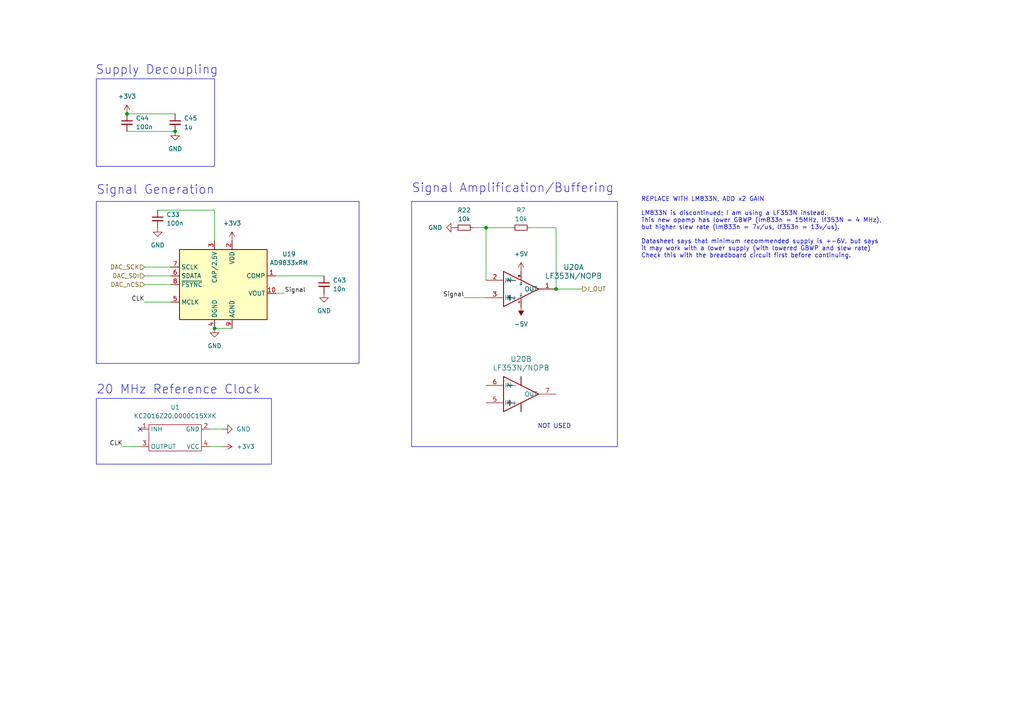
<source format=kicad_sch>
(kicad_sch (version 20231120) (generator "eeschema") (generator_version "8.0")
  (paper "A4")
  (lib_symbols
    (symbol "2024-10-13_18-48-05:LF353N_NOPB" (pin_names (offset 0.254))
      (property "Reference" "U" (at 15.748 0.254 0))
      (property "Value" "LF353N/NOPB" (at 0 0 0))
      (symbol "LF353N_NOPB_1_1"
        (polyline (pts (xy 0 -10.16) (xy 10.16 -5.08)) (stroke (width 0.254)))
        (polyline (pts (xy 0 0) (xy 0 -10.16)) (stroke (width 0.254)))
        (polyline (pts (xy 0 0) (xy 10.16 -5.08)) (stroke (width 0.254)))
        (polyline (pts (xy 1.016 -7.62) (xy 2.54 -7.62)) (stroke (width 0.254)))
        (polyline (pts (xy 1.016 -2.54) (xy 2.54 -2.54)) (stroke (width 0.254)))
        (polyline (pts (xy 1.778 -6.858) (xy 1.778 -8.382)) (stroke (width 0.254)))
        (pin output line (at 15.24 -5.08 180) (length 5.08) (name "OUT") (number "1"))
        (pin input line (at -5.08 -2.54 0) (length 5.08) (name "IN-") (number "2"))
        (pin input line (at -5.08 -7.62 0) (length 5.08) (name "IN+") (number "3"))
        (pin input line (at 5.08 -10.16 90) (length 2.54) (name "V-") (number "4"))
        (pin input line (at 5.08 0 270) (length 2.54) (name "V+") (number "8"))
      )
      (symbol "LF353N_NOPB_1_2"
        (polyline (pts (xy 0 -10.16) (xy 10.16 -5.08)) (stroke (width 0.254)))
        (polyline (pts (xy 0 0) (xy 0 -10.16)) (stroke (width 0.254)))
        (polyline (pts (xy 0 0) (xy 10.16 -5.08)) (stroke (width 0.254)))
        (polyline (pts (xy 1.016 -7.62) (xy 2.54 -7.62)) (stroke (width 0.254)))
        (polyline (pts (xy 1.016 -2.54) (xy 2.54 -2.54)) (stroke (width 0.254)))
        (polyline (pts (xy 1.778 -6.858) (xy 1.778 -8.382)) (stroke (width 0.254)))
        (pin output line (at 15.24 -5.08 180) (length 5.08) (name "OUT") (number "1"))
        (pin input line (at -5.08 -2.54 0) (length 5.08) (name "IN-") (number "2"))
        (pin input line (at -5.08 -7.62 0) (length 5.08) (name "IN+") (number "3"))
      )
      (symbol "LF353N_NOPB_2_1"
        (polyline (pts (xy 0 -10.16) (xy 10.16 -5.08)) (stroke (width 0.254)))
        (polyline (pts (xy 0 0) (xy 0 -10.16)) (stroke (width 0.254)))
        (polyline (pts (xy 0 0) (xy 10.16 -5.08)) (stroke (width 0.254)))
        (polyline (pts (xy 1.016 -7.62) (xy 2.54 -7.62)) (stroke (width 0.254)))
        (polyline (pts (xy 1.016 -2.54) (xy 2.54 -2.54)) (stroke (width 0.254)))
        (polyline (pts (xy 1.778 -6.858) (xy 1.778 -8.382)) (stroke (width 0.254)))
        (polyline (pts (xy 5.08 -7.62) (xy 5.08 -10.16)) (stroke (width 0.254)))
        (polyline (pts (xy 5.08 0) (xy 5.08 -2.54)) (stroke (width 0.254)))
        (pin input line (at -5.08 -7.62 0) (length 5.08) (name "IN+") (number "5"))
        (pin input line (at -5.08 -2.54 0) (length 5.08) (name "IN-") (number "6"))
        (pin output line (at 15.24 -5.08 180) (length 5.08) (name "OUT") (number "7"))
      )
      (symbol "LF353N_NOPB_2_2"
        (polyline (pts (xy 0 -10.16) (xy 10.16 -5.08)) (stroke (width 0.254)))
        (polyline (pts (xy 0 0) (xy 0 -10.16)) (stroke (width 0.254)))
        (polyline (pts (xy 0 0) (xy 10.16 -5.08)) (stroke (width 0.254)))
        (polyline (pts (xy 1.016 -7.62) (xy 2.54 -7.62)) (stroke (width 0.254)))
        (polyline (pts (xy 1.016 -2.54) (xy 2.54 -2.54)) (stroke (width 0.254)))
        (polyline (pts (xy 1.778 -6.858) (xy 1.778 -8.382)) (stroke (width 0.254)))
        (pin input line (at -5.08 -7.62 0) (length 5.08) (name "IN+") (number "5"))
        (pin input line (at -5.08 -2.54 0) (length 5.08) (name "IN-") (number "6"))
        (pin output line (at 15.24 -5.08 180) (length 5.08) (name "OUT") (number "7"))
      )
    )
    (symbol "Device:C_Small" (pin_numbers hide) (pin_names (offset 0.254) hide)
      (property "Reference" "C" (at 0.254 1.778 0))
      (property "Value" "C_Small" (at 0.254 -2.032 0))
      (symbol "C_Small_0_1"
        (polyline (pts (xy -1.524 -0.508) (xy 1.524 -0.508)) (stroke (width 0.3302)))
        (polyline (pts (xy -1.524 0.508) (xy 1.524 0.508)) (stroke (width 0.3048)))
      )
      (symbol "C_Small_1_1"
        (pin passive line (at 0 2.54 270) (length 2.032) (name "~") (number "1"))
        (pin passive line (at 0 -2.54 90) (length 2.032) (name "~") (number "2"))
      )
    )
    (symbol "Device:R_Small" (pin_numbers hide) (pin_names (offset 0.254) hide)
      (property "Reference" "R" (at 0.762 0.508 0))
      (property "Value" "R_Small" (at 0.762 -1.016 0))
      (symbol "R_Small_0_1"
        (rectangle (start -0.762 1.778) (end 0.762 -1.778) (stroke (width 0.2032)))
      )
      (symbol "R_Small_1_1"
        (pin passive line (at 0 2.54 270) (length 0.762) (name "~") (number "1"))
        (pin passive line (at 0 -2.54 90) (length 0.762) (name "~") (number "2"))
      )
    )
    (symbol "Interface:AD9833xRM"
      (property "Reference" "U" (at -12.7 11.43 0))
      (property "Value" "AD9833xRM" (at 5.08 11.43 0))
      (symbol "AD9833xRM_0_1"
        (rectangle (start -12.7 10.16) (end 12.7 -10.16) (stroke (width 0.254)) (fill (type background)))
      )
      (symbol "AD9833xRM_1_1"
        (pin passive line (at 15.24 2.54 180) (length 2.54) (name "COMP") (number "1"))
        (pin output line (at 15.24 -2.54 180) (length 2.54) (name "VOUT") (number "10"))
        (pin power_in line (at 2.54 12.7 270) (length 2.54) (name "VDD") (number "2"))
        (pin power_in line (at -2.54 12.7 270) (length 2.54) (name "CAP/2.5V") (number "3"))
        (pin power_in line (at -2.54 -12.7 90) (length 2.54) (name "DGND") (number "4"))
        (pin input line (at -15.24 -5.08 0) (length 2.54) (name "MCLK") (number "5"))
        (pin input line (at -15.24 2.54 0) (length 2.54) (name "SDATA") (number "6"))
        (pin input line (at -15.24 5.08 0) (length 2.54) (name "SCLK") (number "7"))
        (pin input line (at -15.24 0 0) (length 2.54) (name "~{FSYNC}") (number "8"))
        (pin power_in line (at 2.54 -12.7 90) (length 2.54) (name "AGND") (number "9"))
      )
    )
    (symbol "KC2016Z:KC2016Z20.0000C15XXK"
      (property "Reference" "U" (at 0 0 0))
      (property "Value" "KC2016Z20.0000C15XXK" (at -3.81 0 0))
      (symbol "KC2016Z20.0000C15XXK_0_1"
        (rectangle (start -7.62 3.81) (end 7.62 -3.81))
      )
      (symbol "KC2016Z20.0000C15XXK_1_1"
        (pin input line (at -10.16 2.54 0) (length 2.54) (name "INH") (number "1"))
        (pin input line (at 10.16 2.54 180) (length 2.54) (name "GND") (number "2"))
        (pin input line (at -10.16 -2.54 0) (length 2.54) (name "OUTPUT") (number "3"))
        (pin input line (at 10.16 -2.54 180) (length 2.54) (name "VCC") (number "4"))
      )
    )
    (symbol "power:+3V3" (power) (pin_numbers hide) (pin_names (offset 0) hide)
      (property "Value" "+3V3" (at 0 3.556 0))
      (symbol "+3V3_0_1"
        (polyline (pts (xy -0.762 1.27) (xy 0 2.54)))
        (polyline (pts (xy 0 0) (xy 0 2.54)))
        (polyline (pts (xy 0 2.54) (xy 0.762 1.27)))
      )
      (symbol "+3V3_1_1"
        (pin power_in line (at 0 0 90) (length 0) (name "~") (number "1"))
      )
    )
    (symbol "power:+5V" (power) (pin_numbers hide) (pin_names (offset 0) hide)
      (property "Value" "+5V" (at 0 3.556 0))
      (symbol "+5V_0_1"
        (polyline (pts (xy -0.762 1.27) (xy 0 2.54)))
        (polyline (pts (xy 0 0) (xy 0 2.54)))
        (polyline (pts (xy 0 2.54) (xy 0.762 1.27)))
      )
      (symbol "+5V_1_1"
        (pin power_in line (at 0 0 90) (length 0) (name "~") (number "1"))
      )
    )
    (symbol "power:-5V" (power) (pin_numbers hide) (pin_names (offset 0) hide)
      (property "Value" "-5V" (at 0 3.556 0))
      (symbol "-5V_0_0"
        (pin power_in line (at 0 0 90) (length 0) (name "~") (number "1"))
      )
      (symbol "-5V_0_1"
        (polyline (pts (xy 0 0) (xy 0 1.27) (xy 0.762 1.27) (xy 0 2.54) (xy -0.762 1.27) (xy 0 1.27)) (fill (type outline)))
      )
    )
    (symbol "power:GND" (power) (pin_numbers hide) (pin_names (offset 0) hide)
      (property "Value" "GND" (at 0 -3.81 0))
      (symbol "GND_0_1"
        (polyline (pts (xy 0 0) (xy 0 -1.27) (xy 1.27 -1.27) (xy 0 -2.54) (xy -1.27 -1.27) (xy 0 -1.27)))
      )
      (symbol "GND_1_1"
        (pin power_in line (at 0 0 270) (length 0) (name "~") (number "1"))
      )
    )
  )
  (junction (at 140.97 66.04))
  (junction (at 36.83 33.02))
  (junction (at 161.29 83.82))
  (junction (at 50.8 38.1))
  (junction (at 62.23 95.25))
  (no_connect (at 40.64 124.46))
  (wire (pts (xy 36.83 38.1) (xy 50.8 38.1)))
  (wire (pts (xy 41.91 87.63) (xy 49.53 87.63)))
  (wire (pts (xy 62.23 95.25) (xy 67.31 95.25)))
  (wire (pts (xy 153.67 66.04) (xy 161.29 66.04)))
  (wire (pts (xy 82.55 85.09) (xy 80.01 85.09)))
  (wire (pts (xy 41.91 82.55) (xy 49.53 82.55)))
  (wire (pts (xy 148.59 66.04) (xy 140.97 66.04)))
  (wire (pts (xy 80.01 80.01) (xy 93.98 80.01)))
  (wire (pts (xy 134.62 86.36) (xy 140.97 86.36)))
  (wire (pts (xy 64.77 124.46) (xy 60.96 124.46)))
  (wire (pts (xy 140.97 66.04) (xy 140.97 81.28)))
  (wire (pts (xy 35.56 129.54) (xy 40.64 129.54)))
  (wire (pts (xy 45.72 60.96) (xy 62.23 60.96)))
  (wire (pts (xy 62.23 60.96) (xy 62.23 69.85)))
  (wire (pts (xy 137.16 66.04) (xy 140.97 66.04)))
  (wire (pts (xy 161.29 83.82) (xy 168.91 83.82)))
  (wire (pts (xy 36.83 33.02) (xy 50.8 33.02)))
  (wire (pts (xy 64.77 129.54) (xy 60.96 129.54)))
  (wire (pts (xy 41.91 80.01) (xy 49.53 80.01)))
  (wire (pts (xy 41.91 77.47) (xy 49.53 77.47)))
  (wire (pts (xy 161.29 66.04) (xy 161.29 83.82)))
  (rectangle (start 119.38 58.42) (end 179.07 129.54))
  (rectangle (start 27.94 115.57) (end 78.74 134.62))
  (rectangle (start 27.94 22.86) (end 62.23 48.26))
  (rectangle (start 27.94 58.42) (end 104.14 105.41))
  (text "20 MHz Reference Clock" (at 27.94 114.554 0) (effects (font (size 2.54 2.54)) (justify left bottom)))
  (text "Supply Decoupling" (at 27.686 21.844 0) (effects (font (size 2.54 2.54)) (justify left bottom)))
  (text "REPLACE WITH LM833N, ADD x2 GAIN\n\nLM833N is discontinued; I am using a LF353N instead.\nThis new opamp has lower GBWP (lm833n = 15MHz, lf353N = 4 MHz),\nbut higher slew rate (lm833n = 7v/us, lf353n = 13v/us). \n\nDatasheet says that minimum recommended supply is +-6V, but says\nit may work with a lower supply (with lowered GBWP and slew rate)\nCheck this with the breadboard circuit first before continuing." (at 185.928 66.04 0) (effects (font (size 1.27 1.27)) (justify left)))
  (text "Signal Generation" (at 27.94 56.642 0) (effects (font (size 2.54 2.54)) (justify left bottom)))
  (text "NOT USED" (at 160.782 123.698 0) (effects (font (size 1.27 1.27))))
  (text "Signal Amplification/Buffering" (at 119.38 56.134 0) (effects (font (size 2.54 2.54)) (justify left bottom)))
  (label "CLK" (at 41.91 87.63 180))
  (label "Signal" (at 82.55 85.09 0))
  (label "CLK" (at 35.56 129.54 180))
  (label "Signal" (at 134.62 86.36 180))
  (hierarchical_label "DAC_SCK" (shape input) (at 41.91 77.47 180))
  (hierarchical_label "I_OUT" (shape output) (at 168.91 83.82 0))
  (hierarchical_label "DAC_SDI" (shape input) (at 41.91 80.01 180))
  (hierarchical_label "DAC_nCS" (shape input) (at 41.91 82.55 180))
  (symbol (lib_id "Device:C_Small") (at 45.72 63.5 0) (unit 1)
    (property "Reference" "C33" (at 48.26 62.2362 0) (effects (justify left)))
    (property "Value" "100n" (at 48.26 64.7762 0) (effects (justify left)))
    (property "Footprint" "Capacitor_SMD:C_0402_1005Metric" (effects (hide yes)))
    (property "Description" "Unpolarized capacitor, small symbol" (effects (hide yes)))
  )
  (symbol (lib_id "power:GND") (at 64.77 124.46 90) (unit 1)
    (property "Reference" "#PWR060" (effects (hide yes)))
    (property "Value" "GND" (at 68.58 124.4599 90) (effects (justify right)))
    (property "Description" "Power symbol creates a global label with name \"GND\" , ground" (effects (hide yes)))
  )
  (symbol (lib_id "power:-5V") (at 151.13 88.9 180) (unit 1)
    (property "Reference" "#PWR022" (effects (hide yes)))
    (property "Value" "-5V" (at 151.13 93.98 0))
    (property "Description" "Power symbol creates a global label with name \"-5V\"" (effects (hide yes)))
  )
  (symbol (lib_id "power:GND") (at 45.72 66.04 0) (unit 1)
    (property "Reference" "#PWR04" (effects (hide yes)))
    (property "Value" "GND" (at 45.72 71.12 0))
    (property "Description" "Power symbol creates a global label with name \"GND\" , ground" (effects (hide yes)))
  )
  (symbol (lib_id "power:+5V") (at 151.13 78.74 0) (unit 1)
    (property "Reference" "#PWR020" (effects (hide yes)))
    (property "Value" "+5V" (at 151.13 73.66 0))
    (property "Description" "Power symbol creates a global label with name \"+5V\"" (effects (hide yes)))
  )
  (symbol (lib_id "2024-10-13_18-48-05:LF353N_NOPB") (at 146.05 109.22 0) (unit 2)
    (property "Reference" "U20" (at 151.13 104.14 0) (effects (font (size 1.524 1.524))))
    (property "Value" "LF353N/NOPB" (at 151.13 106.68 0) (effects (font (size 1.524 1.524))))
    (property "Footprint" "Package_DIP:DIP-8_W7.62mm" (effects (hide yes)))
    (property "Datasheet" "LF353N/NOPB" (effects (hide yes)))
  )
  (symbol (lib_id "power:GND") (at 50.8 38.1 0) (unit 1)
    (property "Reference" "#PWR058" (effects (hide yes)))
    (property "Value" "GND" (at 50.8 43.18 0))
    (property "Description" "Power symbol creates a global label with name \"GND\" , ground" (effects (hide yes)))
  )
  (symbol (lib_id "Device:C_Small") (at 50.8 35.56 0) (unit 1)
    (property "Reference" "C45" (at 53.34 34.2962 0) (effects (justify left)))
    (property "Value" "1u" (at 53.34 36.8362 0) (effects (justify left)))
    (property "Footprint" "Capacitor_SMD:C_0402_1005Metric" (effects (hide yes)))
    (property "Description" "Unpolarized capacitor, small symbol" (effects (hide yes)))
  )
  (symbol (lib_id "power:GND") (at 62.23 95.25 0) (unit 1)
    (property "Reference" "#PWR057" (effects (hide yes)))
    (property "Value" "GND" (at 62.23 100.33 0))
    (property "Description" "Power symbol creates a global label with name \"GND\" , ground" (effects (hide yes)))
  )
  (symbol (lib_id "KC2016Z:KC2016Z20.0000C15XXK") (at 50.8 127 0) (unit 1)
    (property "Reference" "U1" (at 50.8 118.11 0))
    (property "Value" "KC2016Z20.0000C15XXK" (at 50.8 120.65 0))
    (property "Footprint" "Crystal:Crystal_SMD_2016-4Pin_2.0x1.6mm" (effects (hide yes)))
  )
  (symbol (lib_id "Device:R_Small") (at 151.13 66.04 90) (unit 1)
    (property "Reference" "R7" (at 151.13 60.96 90))
    (property "Value" "10k" (at 151.13 63.5 90))
    (property "Footprint" "Resistor_SMD:R_0402_1005Metric" (effects (hide yes)))
    (property "Description" "Resistor, small symbol" (effects (hide yes)))
  )
  (symbol (lib_id "power:GND") (at 132.08 66.04 270) (unit 1)
    (property "Reference" "#PWR071" (effects (hide yes)))
    (property "Value" "GND" (at 128.27 66.0399 90) (effects (justify right)))
    (property "Description" "Power symbol creates a global label with name \"GND\" , ground" (effects (hide yes)))
  )
  (symbol (lib_id "Device:C_Small") (at 36.83 35.56 0) (unit 1)
    (property "Reference" "C44" (at 39.37 34.2962 0) (effects (justify left)))
    (property "Value" "100n" (at 39.37 36.8362 0) (effects (justify left)))
    (property "Footprint" "Capacitor_SMD:C_0402_1005Metric" (effects (hide yes)))
    (property "Description" "Unpolarized capacitor, small symbol" (effects (hide yes)))
  )
  (symbol (lib_id "power:+3V3") (at 36.83 33.02 0) (unit 1)
    (property "Reference" "#PWR059" (effects (hide yes)))
    (property "Value" "+3V3" (at 36.83 27.94 0))
    (property "Description" "Power symbol creates a global label with name \"+3V3\"" (effects (hide yes)))
  )
  (symbol (lib_id "power:+3V3") (at 67.31 69.85 0) (unit 1)
    (property "Reference" "#PWR015" (effects (hide yes)))
    (property "Value" "+3V3" (at 67.31 64.77 0))
    (property "Description" "Power symbol creates a global label with name \"+3V3\"" (effects (hide yes)))
  )
  (symbol (lib_id "Device:C_Small") (at 93.98 82.55 0) (unit 1)
    (property "Reference" "C43" (at 96.52 81.2862 0) (effects (justify left)))
    (property "Value" "10n" (at 96.52 83.8262 0) (effects (justify left)))
    (property "Footprint" "Capacitor_SMD:C_0402_1005Metric" (effects (hide yes)))
    (property "Description" "Unpolarized capacitor, small symbol" (effects (hide yes)))
  )
  (symbol (lib_id "Interface:AD9833xRM") (at 64.77 82.55 0) (unit 1)
    (property "Reference" "U19" (at 83.82 73.6914 0))
    (property "Value" "AD9833xRM" (at 83.82 76.2314 0))
    (property "Footprint" "Package_SO:MSOP-10_3x3mm_P0.5mm" (effects (hide yes)))
    (property "Datasheet" "https://www.analog.com/media/en/technical-documentation/data-sheets/ad9833.pdf" (effects (hide yes)))
    (property "Description" "10 bit 25 MHz Programmable Waveform Generator, 2.3V to 5.5V, 12.65mW, MSOP-10" (effects (hide yes)))
  )
  (symbol (lib_id "power:+3V3") (at 64.77 129.54 270) (unit 1)
    (property "Reference" "#PWR061" (effects (hide yes)))
    (property "Value" "+3V3" (at 68.58 129.5399 90) (effects (justify left)))
    (property "Description" "Power symbol creates a global label with name \"+3V3\"" (effects (hide yes)))
  )
  (symbol (lib_id "power:GND") (at 93.98 85.09 0) (unit 1)
    (property "Reference" "#PWR016" (effects (hide yes)))
    (property "Value" "GND" (at 93.98 90.17 0))
    (property "Description" "Power symbol creates a global label with name \"GND\" , ground" (effects (hide yes)))
  )
  (symbol (lib_id "2024-10-13_18-48-05:LF353N_NOPB") (at 146.05 78.74 0) (unit 1)
    (property "Reference" "U20" (at 166.37 77.5014 0) (effects (font (size 1.524 1.524))))
    (property "Value" "LF353N/NOPB" (at 166.37 80.0414 0) (effects (font (size 1.524 1.524))))
    (property "Footprint" "Package_DIP:DIP-8_W7.62mm" (effects (hide yes)))
    (property "Datasheet" "LF353N/NOPB" (effects (hide yes)))
  )
  (symbol (lib_id "Device:R_Small") (at 134.62 66.04 270) (unit 1)
    (property "Reference" "R22" (at 134.62 60.96 90))
    (property "Value" "10k" (at 134.62 63.5 90))
    (property "Footprint" "Resistor_SMD:R_0402_1005Metric" (effects (hide yes)))
    (property "Description" "Resistor, small symbol" (effects (hide yes)))
  )
)
</source>
